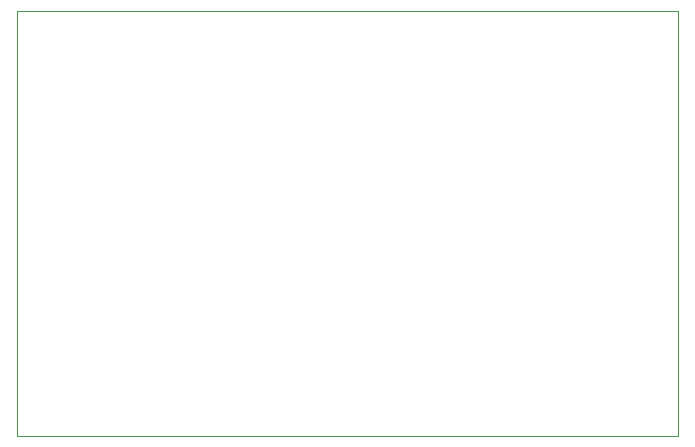
<source format=gbr>
%TF.GenerationSoftware,KiCad,Pcbnew,8.0.5*%
%TF.CreationDate,2024-10-08T19:16:15+09:00*%
%TF.ProjectId,ATT_24dB,4154545f-3234-4644-922e-6b696361645f,rev?*%
%TF.SameCoordinates,Original*%
%TF.FileFunction,Profile,NP*%
%FSLAX46Y46*%
G04 Gerber Fmt 4.6, Leading zero omitted, Abs format (unit mm)*
G04 Created by KiCad (PCBNEW 8.0.5) date 2024-10-08 19:16:15*
%MOMM*%
%LPD*%
G01*
G04 APERTURE LIST*
%TA.AperFunction,Profile*%
%ADD10C,0.050000*%
%TD*%
G04 APERTURE END LIST*
D10*
X60500000Y-23500000D02*
X116500000Y-23500000D01*
X116500000Y-59500000D01*
X60500000Y-59500000D01*
X60500000Y-23500000D01*
M02*

</source>
